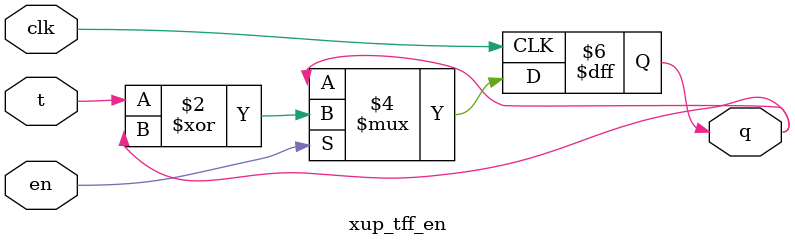
<source format=v>

`timescale 1ns / 1ps
module xup_tff_en#(parameter DELAY = 3)(
    input t,
    input clk,
    input en,
    output q
    );
    
    reg q;
    initial q=0;
    always @(posedge clk)
    begin 
        if(en)
            q<= #DELAY t^q;
    end
endmodule

</source>
